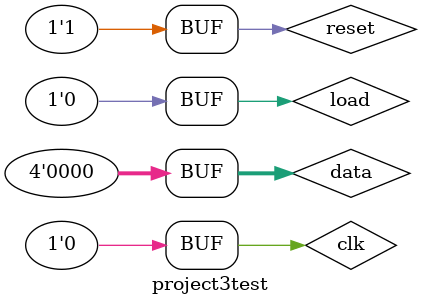
<source format=v>
`timescale 1ns / 1ps


module project3test;

	// Inputs
	reg reset;
	reg load;
	reg [3:0] data;
	reg clk;

	// Outputs
	wire [3:0] counter;

	// Instantiate the Unit Under Test (UUT)
	counter uut (
		.reset(reset), 
		.load(load), 
		.data(data), 
		.clk(clk), 
		.counter(counter)
	);

	initial begin
	$monitor("counter=%b,reset=%b,load=%b,data=%b,clk=%b",counter,reset,load,data,clk);  
		// Initialize Inputs
		reset = 0;
		load = 0;
		data = 0;
		clk = 0;

		// Wait 100 ns for global reset to finish
		#100;
      reset = 0;
		load = 0;
		data = 4'b1011;
		clk = 0;

		#100;
      reset = 1;
		load = 0;
		data = 0;
		clk = 0;  

		#100;
      reset = 0;
		load = 0;
		data = 0;
		clk = 1;  

		#100;
      reset = 0;
		load = 0;
		data = 0;
		clk = 1;  

		#100;
      reset = 0;
		load = 1;
		data = 0;
		clk = 1;  

		#100;
      reset = 1;
		load = 0;
		data = 0;
		clk = 0;  

		#100;
      reset = 0;
		load = 0;
		data = 4'b0111;
		clk = 1;  

		#100;
      reset = 0;
		load = 1;
		data = 0;
		clk = 1;  

		#100;
      reset = 0;
		load = 0;
		data = 0;
		clk = 1;  

		#100;
      reset = 0;
		load = 0;
		data = 0;
		clk = 1;  

		#100;
      reset = 1;
		load = 0;
		data = 0;
		clk = 0;  		
		// Add stimulus here

	end
      
endmodule


</source>
